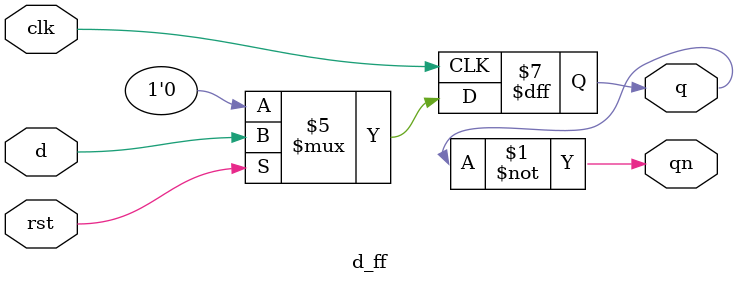
<source format=v>
module d_ff(
            input clk,rst,
            input d,
            output reg q,
            output qn
            );

assign qn=~q;

always @(posedge clk)


    begin
    if(!rst)
       
         q<=0;
       
     else
         q<=d;
    end
endmodule


</source>
